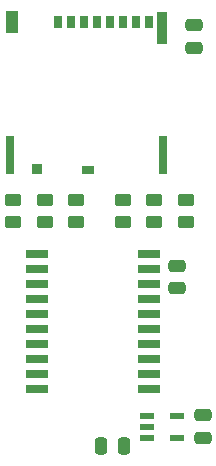
<source format=gtp>
%TF.GenerationSoftware,KiCad,Pcbnew,8.0.4*%
%TF.CreationDate,2024-08-13T15:10:47+02:00*%
%TF.ProjectId,SD Card Micro Socket,53442043-6172-4642-904d-6963726f2053,V0*%
%TF.SameCoordinates,PX6d01460PY32de760*%
%TF.FileFunction,Paste,Top*%
%TF.FilePolarity,Positive*%
%FSLAX46Y46*%
G04 Gerber Fmt 4.6, Leading zero omitted, Abs format (unit mm)*
G04 Created by KiCad (PCBNEW 8.0.4) date 2024-08-13 15:10:47*
%MOMM*%
%LPD*%
G01*
G04 APERTURE LIST*
G04 Aperture macros list*
%AMRoundRect*
0 Rectangle with rounded corners*
0 $1 Rounding radius*
0 $2 $3 $4 $5 $6 $7 $8 $9 X,Y pos of 4 corners*
0 Add a 4 corners polygon primitive as box body*
4,1,4,$2,$3,$4,$5,$6,$7,$8,$9,$2,$3,0*
0 Add four circle primitives for the rounded corners*
1,1,$1+$1,$2,$3*
1,1,$1+$1,$4,$5*
1,1,$1+$1,$6,$7*
1,1,$1+$1,$8,$9*
0 Add four rect primitives between the rounded corners*
20,1,$1+$1,$2,$3,$4,$5,0*
20,1,$1+$1,$4,$5,$6,$7,0*
20,1,$1+$1,$6,$7,$8,$9,0*
20,1,$1+$1,$8,$9,$2,$3,0*%
G04 Aperture macros list end*
%ADD10RoundRect,0.250000X0.450000X-0.262500X0.450000X0.262500X-0.450000X0.262500X-0.450000X-0.262500X0*%
%ADD11RoundRect,0.250000X0.475000X-0.250000X0.475000X0.250000X-0.475000X0.250000X-0.475000X-0.250000X0*%
%ADD12R,1.150000X0.600000*%
%ADD13R,0.700000X1.100000*%
%ADD14R,0.900000X0.930000*%
%ADD15R,1.050000X0.780000*%
%ADD16R,0.700000X3.330000*%
%ADD17R,0.860000X2.800000*%
%ADD18R,1.140000X1.830000*%
%ADD19R,1.950000X0.650000*%
%ADD20RoundRect,0.250000X0.250000X0.475000X-0.250000X0.475000X-0.250000X-0.475000X0.250000X-0.475000X0*%
%ADD21RoundRect,0.250000X-0.475000X0.250000X-0.475000X-0.250000X0.475000X-0.250000X0.475000X0.250000X0*%
G04 APERTURE END LIST*
D10*
%TO.C,R2*%
X16627000Y-13104500D03*
X16627000Y-11279500D03*
%TD*%
D11*
%TO.C,C4*%
X20701000Y-31414000D03*
X20701000Y-29514000D03*
%TD*%
D10*
%TO.C,R4*%
X7356000Y-13104500D03*
X7356000Y-11279500D03*
%TD*%
%TO.C,R1*%
X19294000Y-13104500D03*
X19294000Y-11279500D03*
%TD*%
%TO.C,R5*%
X4689000Y-13104500D03*
X4689000Y-11279500D03*
%TD*%
%TO.C,R6*%
X13960000Y-13104500D03*
X13960000Y-11279500D03*
%TD*%
D12*
%TO.C,IC5*%
X15972000Y-29530000D03*
X15972000Y-30480000D03*
X15972000Y-31430000D03*
X18572000Y-31430000D03*
X18572000Y-29530000D03*
%TD*%
D13*
%TO.C,J2*%
X8488000Y3807000D03*
X9588000Y3807000D03*
X10688000Y3807000D03*
X11788000Y3807000D03*
X12888000Y3807000D03*
X13988000Y3807000D03*
X15088000Y3807000D03*
X16188000Y3807000D03*
D14*
X6698000Y-8658000D03*
D15*
X10963000Y-8733000D03*
D16*
X17348000Y-7458000D03*
D17*
X17268000Y3307000D03*
D18*
X4608000Y3792000D03*
D16*
X4388000Y-7458000D03*
%TD*%
D10*
%TO.C,R3*%
X10023000Y-13104500D03*
X10023000Y-11279500D03*
%TD*%
D19*
%TO.C,IC1*%
X6705000Y-15875000D03*
X6705000Y-17145000D03*
X6705000Y-18415000D03*
X6705000Y-19685000D03*
X6705000Y-20955000D03*
X6705000Y-22225000D03*
X6705000Y-23495000D03*
X6705000Y-24765000D03*
X6705000Y-26035000D03*
X6705000Y-27305000D03*
X16155000Y-27305000D03*
X16155000Y-26035000D03*
X16155000Y-24765000D03*
X16155000Y-23495000D03*
X16155000Y-22225000D03*
X16155000Y-20955000D03*
X16155000Y-19685000D03*
X16155000Y-18415000D03*
X16155000Y-17145000D03*
X16155000Y-15875000D03*
%TD*%
D11*
%TO.C,C2*%
X19939000Y1606000D03*
X19939000Y3506000D03*
%TD*%
D20*
%TO.C,C3*%
X14015000Y-32131000D03*
X12115000Y-32131000D03*
%TD*%
D21*
%TO.C,C1*%
X18542000Y-16846000D03*
X18542000Y-18746000D03*
%TD*%
M02*

</source>
